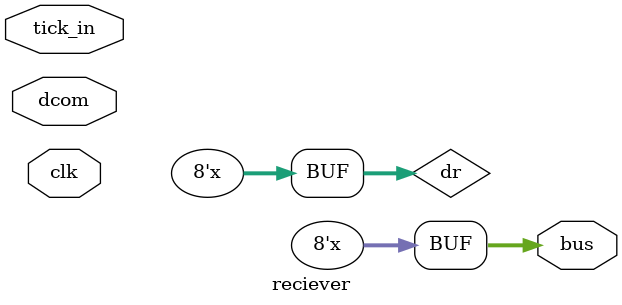
<source format=v>
`timescale 1ps/1ps

module reciever (
    input dcom,
    input clk,
    input tick_in,
    output reg [7:0] bus
);

reg [7:0]  dr;
reg ander;
reg tickstart;
wire tick;
reg trigger;
reg [4:0] counter;
wire sig;
reg [4:0] bitno;
reg init;
reg read;

initial begin
    ander <= 1;
    init <= 0;
    counter <= 0;
    bitno <= 0;
    tickstart <= 0;
    read <= 1;
    trigger <= 1;
    dr<= 0;
end

assign sig = dcom & ander;
assign tick = tick_in & tickstart;

always @ (negedge sig) begin
    ander <= 0;
    tickstart <= 1;
    read <= 1;
    //trigger <= ~trigger;
end

always @ (posedge tick) begin
    if(counter == 8) begin
        trigger <= ~trigger;
    end
    else begin
        counter <= counter +1;
    end
end

always @ (trigger) begin
    if(init == 0)  init <= 1;

    else begin

        // if(bitno == 0) begin
        //     bitno <= bitno +1;
        // end
        // else begin
        if(bitno != 8) begin
            dr <= ((dr)|(dcom<<(bitno)));
            bitno <= bitno +1;
        end

        counter <= 0;
        if(bitno == 8) begin
            bitno <= 0;
            read <= 0;
            ander <= 1;
        end
    end
end
always @ (clk) begin
    if(read == 0) begin
        bus <= dr;
        read <= 1;
        dr<= 0;
        tickstart<=0;
    end
end
endmodule
</source>
